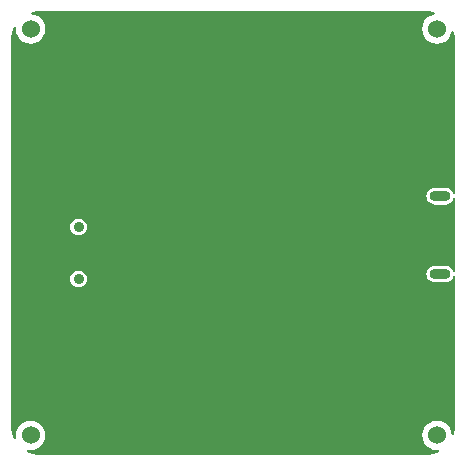
<source format=gbl>
G04*
G04 #@! TF.GenerationSoftware,Altium Limited,Altium Designer,19.1.5 (86)*
G04*
G04 Layer_Physical_Order=2*
G04 Layer_Color=16711680*
%FSLAX25Y25*%
%MOIN*%
G70*
G01*
G75*
%ADD47C,0.03543*%
%ADD48O,0.07087X0.03543*%
%ADD49C,0.01968*%
%ADD50C,0.06000*%
%ADD51C,0.02362*%
G36*
X10000Y148971D02*
X140000D01*
X140066Y148984D01*
X141917Y148616D01*
X142420Y148407D01*
X142352Y147894D01*
X141711Y147810D01*
X140510Y147312D01*
X139479Y146521D01*
X138688Y145490D01*
X138190Y144289D01*
X138020Y143000D01*
X138190Y141711D01*
X138688Y140510D01*
X139479Y139479D01*
X140510Y138688D01*
X141711Y138190D01*
X143000Y138020D01*
X144289Y138190D01*
X145490Y138688D01*
X146521Y139479D01*
X147312Y140510D01*
X147810Y141711D01*
X147894Y142352D01*
X148407Y142420D01*
X148616Y141917D01*
X148984Y140066D01*
X148971Y140000D01*
Y88033D01*
X148472Y87991D01*
X148193Y88665D01*
X147748Y89245D01*
X147169Y89689D01*
X146495Y89968D01*
X145772Y90063D01*
X142228D01*
X141505Y89968D01*
X140831Y89689D01*
X140252Y89245D01*
X139807Y88665D01*
X139528Y87991D01*
X139433Y87268D01*
X139528Y86544D01*
X139807Y85870D01*
X140252Y85291D01*
X140831Y84847D01*
X141505Y84567D01*
X142228Y84472D01*
X145772D01*
X146495Y84567D01*
X147169Y84847D01*
X147748Y85291D01*
X148193Y85870D01*
X148472Y86544D01*
X148971Y86502D01*
Y62049D01*
X148472Y62007D01*
X148193Y62681D01*
X147748Y63260D01*
X147169Y63705D01*
X146495Y63984D01*
X145772Y64079D01*
X142228D01*
X141505Y63984D01*
X140831Y63705D01*
X140252Y63260D01*
X139807Y62681D01*
X139528Y62007D01*
X139433Y61283D01*
X139528Y60560D01*
X139807Y59886D01*
X140252Y59307D01*
X140831Y58862D01*
X141505Y58583D01*
X142228Y58488D01*
X145772D01*
X146495Y58583D01*
X147169Y58862D01*
X147748Y59307D01*
X148193Y59886D01*
X148472Y60560D01*
X148971Y60518D01*
Y10000D01*
X148984Y9934D01*
X148616Y8083D01*
X148458Y7701D01*
X147944Y7769D01*
X147810Y8789D01*
X147312Y9990D01*
X146521Y11021D01*
X145490Y11812D01*
X144289Y12310D01*
X143000Y12480D01*
X141711Y12310D01*
X140510Y11812D01*
X139479Y11021D01*
X138688Y9990D01*
X138190Y8789D01*
X138020Y7500D01*
X138190Y6211D01*
X138688Y5010D01*
X139479Y3979D01*
X140510Y3187D01*
X141711Y2690D01*
X143000Y2520D01*
X143509Y2587D01*
X143521Y2563D01*
X143635Y2096D01*
X141917Y1384D01*
X140066Y1016D01*
X140000Y1029D01*
X10000D01*
X9934Y1016D01*
X8083Y1384D01*
X6263Y2138D01*
X6187Y2189D01*
X6368Y2669D01*
X7500Y2520D01*
X8789Y2690D01*
X9990Y3187D01*
X11021Y3979D01*
X11812Y5010D01*
X12310Y6211D01*
X12480Y7500D01*
X12310Y8789D01*
X11812Y9990D01*
X11021Y11021D01*
X9990Y11812D01*
X8789Y12310D01*
X7500Y12480D01*
X6211Y12310D01*
X5010Y11812D01*
X3979Y11021D01*
X3187Y9990D01*
X2690Y8789D01*
X2520Y7500D01*
X2669Y6368D01*
X2189Y6187D01*
X2138Y6263D01*
X1384Y8083D01*
X1016Y9934D01*
X1029Y10000D01*
Y140000D01*
X1016Y140066D01*
X1384Y141917D01*
X2096Y143635D01*
X2563Y143521D01*
X2587Y143509D01*
X2520Y143000D01*
X2690Y141711D01*
X3187Y140510D01*
X3979Y139479D01*
X5010Y138688D01*
X6211Y138190D01*
X7500Y138020D01*
X8789Y138190D01*
X9990Y138688D01*
X11021Y139479D01*
X11812Y140510D01*
X12310Y141711D01*
X12480Y143000D01*
X12310Y144289D01*
X11812Y145490D01*
X11021Y146521D01*
X9990Y147312D01*
X8789Y147810D01*
X7769Y147944D01*
X7701Y148458D01*
X8083Y148616D01*
X9934Y148984D01*
X10000Y148971D01*
D02*
G37*
%LPC*%
G36*
X23500Y79796D02*
X22776Y79700D01*
X22102Y79421D01*
X21523Y78977D01*
X21079Y78398D01*
X20800Y77724D01*
X20704Y77000D01*
X20800Y76276D01*
X21079Y75602D01*
X21523Y75023D01*
X22102Y74579D01*
X22776Y74300D01*
X23500Y74204D01*
X24224Y74300D01*
X24898Y74579D01*
X25477Y75023D01*
X25921Y75602D01*
X26200Y76276D01*
X26296Y77000D01*
X26200Y77724D01*
X25921Y78398D01*
X25477Y78977D01*
X24898Y79421D01*
X24224Y79700D01*
X23500Y79796D01*
D02*
G37*
G36*
Y62473D02*
X22776Y62378D01*
X22102Y62098D01*
X21523Y61654D01*
X21079Y61075D01*
X20800Y60401D01*
X20704Y59677D01*
X20800Y58954D01*
X21079Y58279D01*
X21523Y57700D01*
X22102Y57256D01*
X22776Y56977D01*
X23500Y56882D01*
X24224Y56977D01*
X24898Y57256D01*
X25477Y57700D01*
X25921Y58279D01*
X26200Y58954D01*
X26296Y59677D01*
X26200Y60401D01*
X25921Y61075D01*
X25477Y61654D01*
X24898Y62098D01*
X24224Y62378D01*
X23500Y62473D01*
D02*
G37*
%LPD*%
D47*
Y59677D02*
D03*
Y77000D02*
D03*
D48*
X144000Y87268D02*
D03*
Y61283D02*
D03*
D49*
Y87268D02*
D03*
Y61283D02*
D03*
D50*
X7500Y7500D02*
D03*
Y143000D02*
D03*
X143000D02*
D03*
Y7500D02*
D03*
D51*
X142126Y136220D02*
D03*
X136220Y124409D02*
D03*
X142126Y112598D02*
D03*
X136220Y100787D02*
D03*
Y53543D02*
D03*
Y29921D02*
D03*
X142126Y18110D02*
D03*
X136220Y6299D02*
D03*
X130315Y136220D02*
D03*
X124409Y124409D02*
D03*
X130315Y112598D02*
D03*
X124409Y100787D02*
D03*
Y77165D02*
D03*
X130315Y41732D02*
D03*
Y18110D02*
D03*
X124409Y6299D02*
D03*
X118504Y136220D02*
D03*
X112598Y124409D02*
D03*
Y100787D02*
D03*
X118504Y88976D02*
D03*
X112598Y77165D02*
D03*
Y53543D02*
D03*
X118504Y18110D02*
D03*
X112598Y6299D02*
D03*
X100787Y124409D02*
D03*
X106693Y112598D02*
D03*
X100787Y100787D02*
D03*
X106693Y88976D02*
D03*
X100787Y53543D02*
D03*
Y29921D02*
D03*
X106693Y18110D02*
D03*
X100787Y6299D02*
D03*
X88976Y124409D02*
D03*
X94882Y112598D02*
D03*
X88976Y100787D02*
D03*
X94882Y88976D02*
D03*
Y65354D02*
D03*
X88976Y53543D02*
D03*
X94882Y41732D02*
D03*
Y18110D02*
D03*
X88976Y6299D02*
D03*
X77165Y124409D02*
D03*
X83071Y112598D02*
D03*
Y88976D02*
D03*
Y41732D02*
D03*
X77165Y29921D02*
D03*
X83071Y18110D02*
D03*
X77165Y6299D02*
D03*
X71260Y88976D02*
D03*
Y65354D02*
D03*
X65354Y53543D02*
D03*
X71260Y18110D02*
D03*
X65354Y6299D02*
D03*
X59449Y136220D02*
D03*
X53543Y124409D02*
D03*
X59449Y112598D02*
D03*
Y65354D02*
D03*
Y41732D02*
D03*
X53543Y29921D02*
D03*
X47638Y136220D02*
D03*
Y65354D02*
D03*
X41732Y53543D02*
D03*
X47638Y18110D02*
D03*
X41732Y6299D02*
D03*
X35827Y136220D02*
D03*
X29921Y124409D02*
D03*
X35827Y112598D02*
D03*
X29921Y100787D02*
D03*
X35827Y41732D02*
D03*
X29921Y29921D02*
D03*
Y6299D02*
D03*
X24016Y136220D02*
D03*
X18110Y124409D02*
D03*
X24016Y112598D02*
D03*
X18110Y100787D02*
D03*
X24016Y88976D02*
D03*
X18110Y77165D02*
D03*
X24016Y65354D02*
D03*
Y41732D02*
D03*
Y18110D02*
D03*
X18110Y6299D02*
D03*
X12205Y136220D02*
D03*
X6299Y124409D02*
D03*
X12205Y112598D02*
D03*
X6299Y100787D02*
D03*
Y77165D02*
D03*
X12205Y65354D02*
D03*
Y41732D02*
D03*
X6299Y29921D02*
D03*
X12205Y18110D02*
D03*
M02*

</source>
